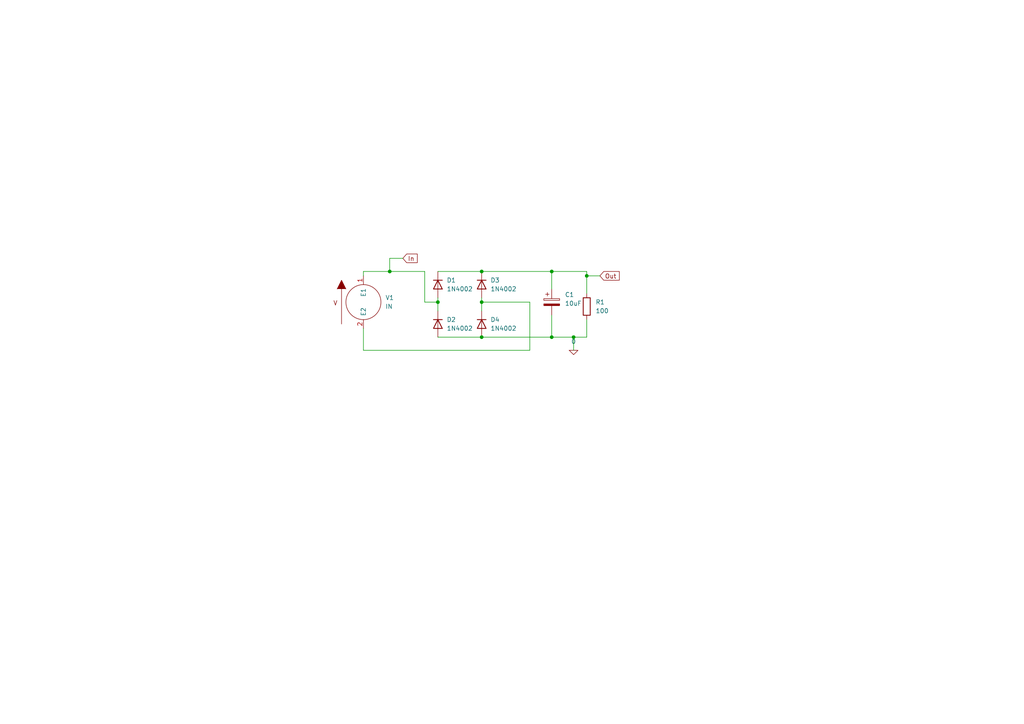
<source format=kicad_sch>
(kicad_sch (version 20211123) (generator eeschema)
  (paper "A4")
  (title_block (title "Bicycle rim power supply") (date "2022-07-19") (comment 1 "Version with regulator"))
  (lib_symbols
    (symbol "Device:C_Polarized" (pin_numbers hide) (pin_names (offset 0.254))
      (property "Reference" "C" (at 0.635 2.54 0))
      (property "Value" "C_Polarized" (at 0.635 -2.54 0))
      (symbol "C_Polarized_0_1"
        (rectangle (start -2.286 0.508) (end 2.286 1.016))
        (polyline (pts (xy -1.778 2.286) (xy -0.762 2.286)))
        (polyline (pts (xy -1.27 2.794) (xy -1.27 1.778)))
        (rectangle (start 2.286 -0.508) (end -2.286 -1.016) (fill (type outline)))
      )
      (symbol "C_Polarized_1_1"
        (pin passive line (at 0 3.81 270) (length 2.794) (name "~") (number "1"))
        (pin passive line (at 0 -3.81 90) (length 2.794) (name "~") (number "2"))
      )
    )
    (symbol "Device:R" (pin_numbers hide) (pin_names (offset 0))
      (property "Reference" "R" (at 2.032 0 90))
      (property "Value" "R" (at 0 0 90))
      (symbol "R_0_1"
        (rectangle (start -1.016 -2.54) (end 1.016 2.54) (stroke (width 0.254)))
      )
      (symbol "R_1_1"
        (pin passive line (at 0 3.81 270) (length 1.27) (name "~") (number "1"))
        (pin passive line (at 0 -3.81 90) (length 1.27) (name "~") (number "2"))
      )
    )
    (symbol "Diode:1N4002" (pin_numbers hide) (pin_names (offset 1.016) hide)
      (property "Reference" "D" (at 0 2.54 0))
      (property "Value" "1N4002" (at 0 -2.54 0))
      (symbol "1N4002_0_1"
        (polyline (pts (xy -1.27 1.27) (xy -1.27 -1.27)) (stroke (width 0.254)))
        (polyline (pts (xy 1.27 0) (xy -1.27 0)))
        (polyline (pts (xy 1.27 1.27) (xy 1.27 -1.27) (xy -1.27 0) (xy 1.27 1.27)) (stroke (width 0.254)))
      )
      (symbol "1N4002_1_1"
        (pin passive line (at -3.81 0 0) (length 2.54) (name "K") (number "1"))
        (pin passive line (at 3.81 0 180) (length 2.54) (name "A") (number "2"))
      )
    )
    (symbol "pspice:0" (power) (pin_names (offset 0))
      (property "Value" "0" (at 0 -1.778 0))
      (symbol "0_0_1"
        (polyline (pts (xy -1.27 0) (xy 0 -1.27) (xy 1.27 0) (xy -1.27 0)))
      )
      (symbol "0_1_1"
        (pin power_in line (at 0 0 0) (length 0) hide (name "0") (number "1"))
      )
    )
    (symbol "pspice:VSOURCE" (pin_names (offset 1.016))
      (property "Reference" "V" (at -6.35 7.62 0))
      (property "Value" "VSOURCE" (at 0 0 0))
      (symbol "VSOURCE_0_1"
        (polyline (pts (xy -6.35 -6.35) (xy -6.35 3.81)) (fill (type outline)))
        (polyline (pts (xy -7.62 3.81) (xy -6.35 6.35) (xy -5.08 3.81)) (fill (type outline)))
        (circle (center 0 0) (radius 5.08))
        (text "V" (at -8.128 -0.254 0) (effects (font (size 1.27 1.27))))
      )
      (symbol "VSOURCE_1_1"
        (pin input line (at 0 7.62 270) (length 2.54) (name "E1") (number "1"))
        (pin input line (at 0 -7.62 90) (length 2.54) (name "E2") (number "2"))
      )
    )
  )
  (junction (at 170.18 80.01))
  (junction (at 160.02 78.74))
  (junction (at 139.7 97.79))
  (junction (at 160.02 97.79))
  (junction (at 139.7 78.74))
  (junction (at 113.03 78.74))
  (junction (at 166.37 97.79))
  (junction (at 127 87.63))
  (junction (at 139.7 87.63))
  (wire (pts (xy 127 78.74) (xy 139.7 78.74)))
  (wire (pts (xy 160.02 91.44) (xy 160.02 97.79)))
  (wire (pts (xy 166.37 97.79) (xy 170.18 97.79)))
  (wire (pts (xy 116.84 74.93) (xy 113.03 74.93)))
  (wire (pts (xy 160.02 97.79) (xy 166.37 97.79)))
  (wire (pts (xy 105.41 101.6) (xy 153.67 101.6)))
  (wire (pts (xy 139.7 97.79) (xy 160.02 97.79)))
  (wire (pts (xy 113.03 74.93) (xy 113.03 78.74)))
  (wire (pts (xy 170.18 80.01) (xy 170.18 85.09)))
  (wire (pts (xy 139.7 87.63) (xy 153.67 87.63)))
  (wire (pts (xy 160.02 83.82) (xy 160.02 78.74)))
  (wire (pts (xy 153.67 87.63) (xy 153.67 101.6)))
  (wire (pts (xy 170.18 78.74) (xy 170.18 80.01)))
  (wire (pts (xy 170.18 80.01) (xy 173.99 80.01)))
  (wire (pts (xy 170.18 92.71) (xy 170.18 97.79)))
  (wire (pts (xy 127 97.79) (xy 139.7 97.79)))
  (wire (pts (xy 127 87.63) (xy 127 90.17)))
  (wire (pts (xy 127 87.63) (xy 123.19 87.63)))
  (wire (pts (xy 123.19 78.74) (xy 113.03 78.74)))
  (wire (pts (xy 113.03 78.74) (xy 105.41 78.74)))
  (wire (pts (xy 139.7 87.63) (xy 139.7 90.17)))
  (wire (pts (xy 123.19 78.74) (xy 123.19 87.63)))
  (wire (pts (xy 127 86.36) (xy 127 87.63)))
  (wire (pts (xy 160.02 78.74) (xy 170.18 78.74)))
  (wire (pts (xy 105.41 101.6) (xy 105.41 95.25)))
  (wire (pts (xy 105.41 78.74) (xy 105.41 80.01)))
  (wire (pts (xy 139.7 86.36) (xy 139.7 87.63)))
  (wire (pts (xy 166.37 97.79) (xy 166.37 101.6)))
  (wire (pts (xy 139.7 78.74) (xy 160.02 78.74)))
  (global_label "In" (shape input) (at 116.84 74.93 0) (property "Intersheet References" "${INTERSHEET_REFS}" (effects hide)))
  (global_label "Out" (shape input) (at 173.99 80.01 0) (property "Intersheet References" "${INTERSHEET_REFS}" (effects hide)))
  (symbol (lib_id "Diode:1N4002") (at 139.7 93.98 270) (unit 1)
    (property "Reference" "D4" (at 142.24 92.7099 90) (effects (justify left)))
    (property "Value" "1N4002" (at 142.24 95.2499 90) (effects (justify left)))
    (property "Footprint" "Diode_THT:D_DO-41_SOD81_P10.16mm_Horizontal" (effects hide))
    (property "Datasheet" "http://www.vishay.com/docs/88503/1n4001.pdf" (effects hide))
    (property "Spice_Primitive" "D" (effects hide))
    (property "Spice_Model" "D1n4002rl" (effects hide))
    (property "Spice_Netlist_Enabled" "Y" (effects hide))
    (property "Spice_Lib_File" "1N4002RL.LIB" (effects hide))
    (property "Spice_Node_Sequence" "2 1" (effects hide))
  )
  (symbol (lib_id "Diode:1N4002") (at 127 82.55 270) (unit 1)
    (property "Reference" "D1" (at 129.54 81.2799 90) (effects (justify left)))
    (property "Value" "1N4002" (at 129.54 83.8199 90) (effects (justify left)))
    (property "Footprint" "Diode_THT:D_DO-41_SOD81_P10.16mm_Horizontal" (effects hide))
    (property "Datasheet" "http://www.vishay.com/docs/88503/1n4001.pdf" (effects hide))
    (property "Spice_Primitive" "D" (effects hide))
    (property "Spice_Model" "D1n4002rl" (effects hide))
    (property "Spice_Netlist_Enabled" "Y" (effects hide))
    (property "Spice_Lib_File" "1N4002RL.LIB" (effects hide))
    (property "Spice_Node_Sequence" "2 1" (effects hide))
  )
  (symbol (lib_id "Diode:1N4002") (at 139.7 82.55 270) (unit 1)
    (property "Reference" "D3" (at 142.24 81.2799 90) (effects (justify left)))
    (property "Value" "1N4002" (at 142.24 83.8199 90) (effects (justify left)))
    (property "Footprint" "Diode_THT:D_DO-41_SOD81_P10.16mm_Horizontal" (effects hide))
    (property "Datasheet" "http://www.vishay.com/docs/88503/1n4001.pdf" (effects hide))
    (property "Spice_Primitive" "D" (effects hide))
    (property "Spice_Model" "D1n4002rl" (effects hide))
    (property "Spice_Netlist_Enabled" "Y" (effects hide))
    (property "Spice_Lib_File" "1N4002RL.LIB" (effects hide))
    (property "Spice_Node_Sequence" "2 1" (effects hide))
  )
  (symbol (lib_id "Device:C_Polarized") (at 160.02 87.63 0) (unit 1)
    (property "Reference" "C1" (at 163.83 85.4709 0) (effects (justify left)))
    (property "Value" "10uF" (at 163.83 88.0109 0) (effects (justify left)))
    (property "Footprint" "Capacitor_THT:CP_Axial_L11.0mm_D8.0mm_P15.00mm_Horizontal" (effects hide))
    (property "Spice_Primitive" "C" (effects hide))
    (property "Spice_Model" "1.18041m" (effects hide))
    (property "Spice_Netlist_Enabled" "Y" (effects hide))
  )
  (symbol (lib_id "Device:R") (at 170.18 88.9 0) (unit 1)
    (property "Reference" "R1" (at 172.72 87.6299 0) (effects (justify left)))
    (property "Value" "100" (at 172.72 90.1699 0) (effects (justify left)))
    (property "Footprint" "TestPoint:TestPoint_2Pads_Pitch5.08mm_Drill1.3mm" (effects hide))
  )
  (symbol (lib_id "pspice:0") (at 166.37 101.6 0) (unit 1)
    (property "Reference" "#GND01" (effects hide))
    (property "Value" "0" (at 166.37 99.06 0))
  )
  (symbol (lib_id "Diode:1N4002") (at 127 93.98 270) (unit 1)
    (property "Reference" "D2" (at 129.54 92.7099 90) (effects (justify left)))
    (property "Value" "1N4002" (at 129.54 95.2499 90) (effects (justify left)))
    (property "Footprint" "Diode_THT:D_DO-41_SOD81_P10.16mm_Horizontal" (effects hide))
    (property "Datasheet" "http://www.vishay.com/docs/88503/1n4001.pdf" (effects hide))
    (property "Spice_Primitive" "D" (effects hide))
    (property "Spice_Model" "D1n4002rl" (effects hide))
    (property "Spice_Netlist_Enabled" "Y" (effects hide))
    (property "Spice_Lib_File" "1N4002RL.LIB" (effects hide))
    (property "Spice_Node_Sequence" "2 1" (effects hide))
  )
  (symbol (lib_id "pspice:VSOURCE") (at 105.41 87.63 0) (unit 1)
    (property "Reference" "V1" (at 111.76 86.3599 0) (effects (justify left)))
    (property "Value" "IN" (at 111.76 88.8999 0) (effects (justify left)))
    (property "Footprint" "TestPoint:TestPoint_2Pads_Pitch5.08mm_Drill1.3mm" (effects hide))
    (property "Spice_Primitive" "V" (effects hide))
    (property "Spice_Model" "dc 0 ac 40 sin(0 40 15)" (effects hide))
    (property "Spice_Netlist_Enabled" "Y" (effects hide))
  )
)
</source>
